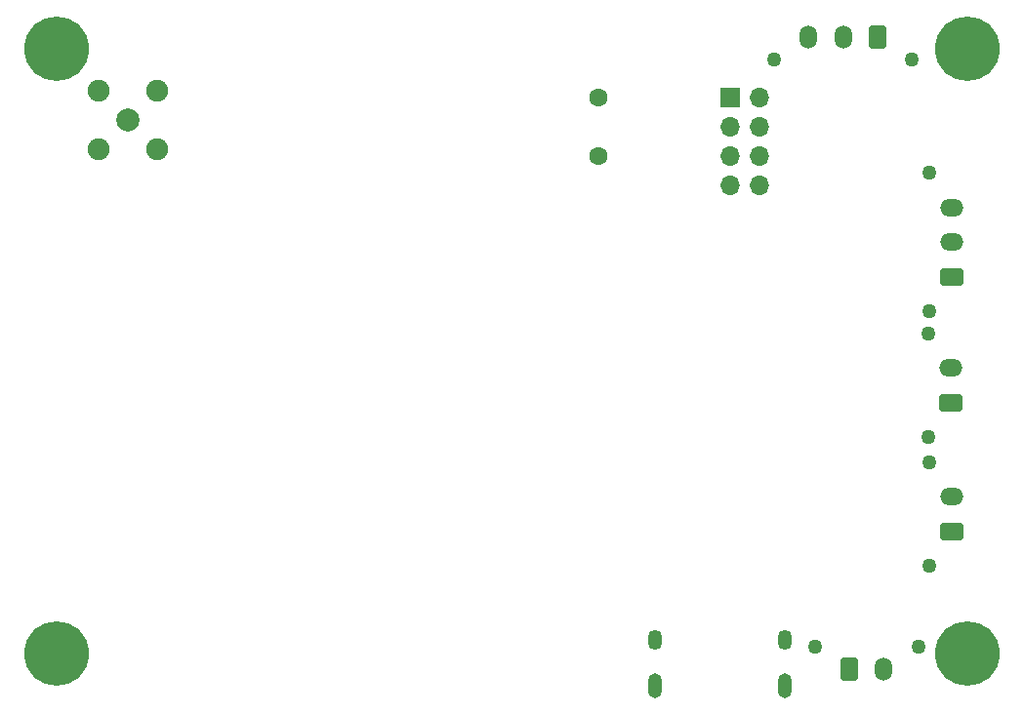
<source format=gbr>
%TF.GenerationSoftware,KiCad,Pcbnew,8.0.4*%
%TF.CreationDate,2025-04-02T01:15:25+07:00*%
%TF.ProjectId,FlightCom,466c6967-6874-4436-9f6d-2e6b69636164,rev?*%
%TF.SameCoordinates,Original*%
%TF.FileFunction,Soldermask,Bot*%
%TF.FilePolarity,Negative*%
%FSLAX46Y46*%
G04 Gerber Fmt 4.6, Leading zero omitted, Abs format (unit mm)*
G04 Created by KiCad (PCBNEW 8.0.4) date 2025-04-02 01:15:25*
%MOMM*%
%LPD*%
G01*
G04 APERTURE LIST*
G04 Aperture macros list*
%AMRoundRect*
0 Rectangle with rounded corners*
0 $1 Rounding radius*
0 $2 $3 $4 $5 $6 $7 $8 $9 X,Y pos of 4 corners*
0 Add a 4 corners polygon primitive as box body*
4,1,4,$2,$3,$4,$5,$6,$7,$8,$9,$2,$3,0*
0 Add four circle primitives for the rounded corners*
1,1,$1+$1,$2,$3*
1,1,$1+$1,$4,$5*
1,1,$1+$1,$6,$7*
1,1,$1+$1,$8,$9*
0 Add four rect primitives between the rounded corners*
20,1,$1+$1,$2,$3,$4,$5,0*
20,1,$1+$1,$4,$5,$6,$7,0*
20,1,$1+$1,$6,$7,$8,$9,0*
20,1,$1+$1,$8,$9,$2,$3,0*%
G04 Aperture macros list end*
%ADD10C,1.270000*%
%ADD11RoundRect,0.250001X0.499999X0.759999X-0.499999X0.759999X-0.499999X-0.759999X0.499999X-0.759999X0*%
%ADD12O,1.500000X2.020000*%
%ADD13C,5.600000*%
%ADD14RoundRect,0.250001X0.759999X-0.499999X0.759999X0.499999X-0.759999X0.499999X-0.759999X-0.499999X0*%
%ADD15O,2.020000X1.500000*%
%ADD16C,1.602000*%
%ADD17RoundRect,0.250001X-0.499999X-0.759999X0.499999X-0.759999X0.499999X0.759999X-0.499999X0.759999X0*%
%ADD18C,2.006600*%
%ADD19C,1.905000*%
%ADD20R,1.700000X1.700000*%
%ADD21O,1.700000X1.700000*%
%ADD22O,1.254000X2.154000*%
%ADD23O,1.254000X1.754000*%
G04 APERTURE END LIST*
D10*
%TO.C,J2*%
X169200000Y-58400000D03*
X157200000Y-58400000D03*
D11*
X166200000Y-56440000D03*
D12*
X163200000Y-56440000D03*
X160200000Y-56440000D03*
%TD*%
D13*
%TO.C,H4*%
X174000000Y-110000000D03*
%TD*%
D10*
%TO.C,J10*%
X170675000Y-80250000D03*
X170675000Y-68250000D03*
D14*
X172635000Y-77250000D03*
D15*
X172635000Y-74250000D03*
X172635000Y-71250000D03*
%TD*%
D16*
%TO.C,LS1*%
X141950000Y-66750000D03*
X141950000Y-61750000D03*
%TD*%
D10*
%TO.C,J8*%
X160750000Y-109375000D03*
X169750000Y-109375000D03*
D17*
X163750000Y-111335000D03*
D12*
X166750000Y-111335000D03*
%TD*%
D13*
%TO.C,H2*%
X95000000Y-57500000D03*
%TD*%
D18*
%TO.C,J3*%
X101147300Y-63647300D03*
D19*
X98594600Y-61094600D03*
X98594600Y-66200000D03*
X103700000Y-66200000D03*
X103700000Y-61094600D03*
%TD*%
D10*
%TO.C,J1*%
X170625000Y-91200000D03*
X170625000Y-82200000D03*
D14*
X172585000Y-88200000D03*
D15*
X172585000Y-85200000D03*
%TD*%
D10*
%TO.C,J7*%
X170690000Y-102350000D03*
X170690000Y-93350000D03*
D14*
X172650000Y-99350000D03*
D15*
X172650000Y-96350000D03*
%TD*%
D13*
%TO.C,H3*%
X174000000Y-57500000D03*
%TD*%
D20*
%TO.C,J4*%
X153400000Y-61720000D03*
D21*
X155940000Y-61720000D03*
X153400000Y-64260000D03*
X155940000Y-64260000D03*
X153400000Y-66800000D03*
X155940000Y-66800000D03*
X153400000Y-69340000D03*
X155940000Y-69340000D03*
%TD*%
D22*
%TO.C,USB1*%
X146908250Y-112750000D03*
X158148250Y-112750000D03*
D23*
X146908250Y-108750000D03*
X158148250Y-108750000D03*
%TD*%
D13*
%TO.C,H1*%
X95000000Y-110000000D03*
%TD*%
M02*

</source>
